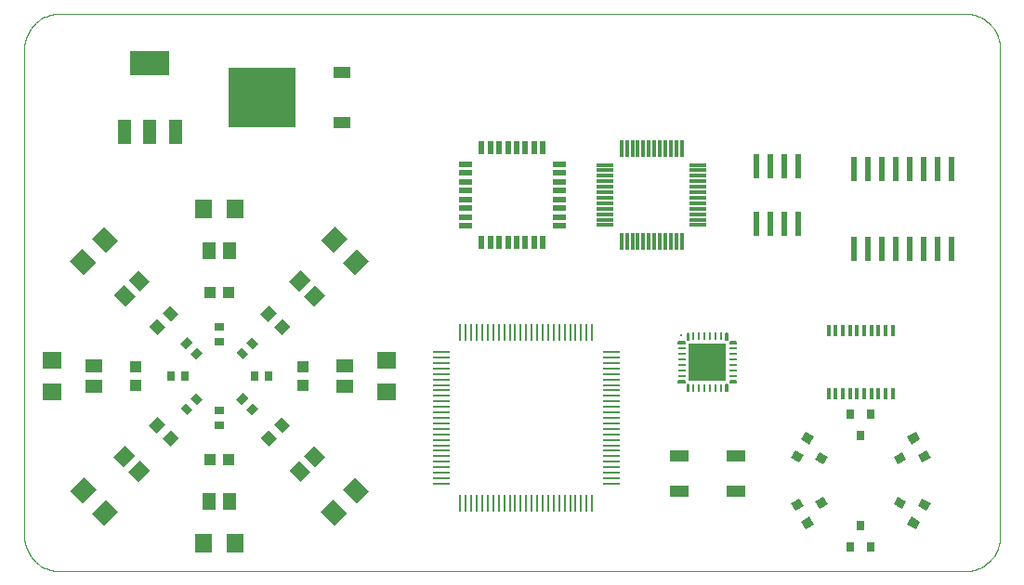
<source format=gtp>
G75*
%MOIN*%
%OFA0B0*%
%FSLAX24Y24*%
%IPPOS*%
%LPD*%
%AMOC8*
5,1,8,0,0,1.08239X$1,22.5*
%
%ADD10C,0.0000*%
%ADD11C,0.0055*%
%ADD12R,0.0276X0.0110*%
%ADD13R,0.0110X0.0276*%
%ADD14R,0.1378X0.1378*%
%ADD15R,0.0098X0.0098*%
%ADD16R,0.0480X0.0880*%
%ADD17R,0.1417X0.0866*%
%ADD18R,0.0630X0.0394*%
%ADD19R,0.2441X0.2126*%
%ADD20R,0.0236X0.0866*%
%ADD21R,0.0120X0.0390*%
%ADD22R,0.0106X0.0591*%
%ADD23R,0.0591X0.0106*%
%ADD24R,0.0354X0.0276*%
%ADD25R,0.0276X0.0354*%
%ADD26R,0.0394X0.0433*%
%ADD27R,0.0433X0.0394*%
%ADD28R,0.0512X0.0591*%
%ADD29R,0.0591X0.0512*%
%ADD30R,0.0315X0.0354*%
%ADD31R,0.0650X0.0394*%
%ADD32R,0.0630X0.0710*%
%ADD33R,0.0710X0.0630*%
%ADD34R,0.0500X0.0220*%
%ADD35R,0.0220X0.0500*%
%ADD36R,0.0591X0.0118*%
%ADD37R,0.0118X0.0591*%
D10*
X001350Y000100D02*
X033850Y000100D01*
X033918Y000102D01*
X033985Y000107D01*
X034052Y000116D01*
X034119Y000129D01*
X034184Y000146D01*
X034249Y000165D01*
X034313Y000189D01*
X034375Y000216D01*
X034436Y000246D01*
X034494Y000279D01*
X034551Y000315D01*
X034606Y000355D01*
X034659Y000397D01*
X034710Y000443D01*
X034757Y000490D01*
X034803Y000541D01*
X034845Y000594D01*
X034885Y000649D01*
X034921Y000706D01*
X034954Y000764D01*
X034984Y000825D01*
X035011Y000887D01*
X035035Y000951D01*
X035054Y001016D01*
X035071Y001081D01*
X035084Y001148D01*
X035093Y001215D01*
X035098Y001282D01*
X035100Y001350D01*
X035100Y018850D01*
X035098Y018918D01*
X035093Y018985D01*
X035084Y019052D01*
X035071Y019119D01*
X035054Y019184D01*
X035035Y019249D01*
X035011Y019313D01*
X034984Y019375D01*
X034954Y019436D01*
X034921Y019494D01*
X034885Y019551D01*
X034845Y019606D01*
X034803Y019659D01*
X034757Y019710D01*
X034710Y019757D01*
X034659Y019803D01*
X034606Y019845D01*
X034551Y019885D01*
X034494Y019921D01*
X034436Y019954D01*
X034375Y019984D01*
X034313Y020011D01*
X034249Y020035D01*
X034184Y020054D01*
X034119Y020071D01*
X034052Y020084D01*
X033985Y020093D01*
X033918Y020098D01*
X033850Y020100D01*
X001350Y020100D01*
X001282Y020098D01*
X001215Y020093D01*
X001148Y020084D01*
X001081Y020071D01*
X001016Y020054D01*
X000951Y020035D01*
X000887Y020011D01*
X000825Y019984D01*
X000764Y019954D01*
X000706Y019921D01*
X000649Y019885D01*
X000594Y019845D01*
X000541Y019803D01*
X000490Y019757D01*
X000443Y019710D01*
X000397Y019659D01*
X000355Y019606D01*
X000315Y019551D01*
X000279Y019494D01*
X000246Y019436D01*
X000216Y019375D01*
X000189Y019313D01*
X000165Y019249D01*
X000146Y019184D01*
X000129Y019119D01*
X000116Y019052D01*
X000107Y018985D01*
X000102Y018918D01*
X000100Y018850D01*
X000100Y001350D01*
X000102Y001282D01*
X000107Y001215D01*
X000116Y001148D01*
X000129Y001081D01*
X000146Y001016D01*
X000165Y000951D01*
X000189Y000887D01*
X000216Y000825D01*
X000246Y000764D01*
X000279Y000706D01*
X000315Y000649D01*
X000355Y000594D01*
X000397Y000541D01*
X000443Y000490D01*
X000490Y000443D01*
X000541Y000397D01*
X000594Y000355D01*
X000649Y000315D01*
X000706Y000279D01*
X000764Y000246D01*
X000825Y000216D01*
X000887Y000189D01*
X000951Y000165D01*
X001016Y000146D01*
X001081Y000129D01*
X001148Y000116D01*
X001215Y000107D01*
X001282Y000102D01*
X001350Y000100D01*
D11*
X023564Y006883D02*
X023786Y006883D01*
X023564Y006883D02*
X023564Y006939D01*
X023786Y006939D01*
X023786Y006883D01*
X023786Y006937D02*
X023564Y006937D01*
X023883Y006564D02*
X023939Y006564D01*
X023883Y006564D02*
X023883Y006786D01*
X023939Y006786D01*
X023939Y006564D01*
X023939Y006618D02*
X023883Y006618D01*
X023883Y006672D02*
X023939Y006672D01*
X023939Y006726D02*
X023883Y006726D01*
X023883Y006780D02*
X023939Y006780D01*
X025261Y006564D02*
X025317Y006564D01*
X025261Y006564D02*
X025261Y006786D01*
X025317Y006786D01*
X025317Y006564D01*
X025317Y006618D02*
X025261Y006618D01*
X025261Y006672D02*
X025317Y006672D01*
X025317Y006726D02*
X025261Y006726D01*
X025261Y006780D02*
X025317Y006780D01*
X025414Y006883D02*
X025636Y006883D01*
X025414Y006883D02*
X025414Y006939D01*
X025636Y006939D01*
X025636Y006883D01*
X025636Y006937D02*
X025414Y006937D01*
X025414Y008261D02*
X025636Y008261D01*
X025414Y008261D02*
X025414Y008317D01*
X025636Y008317D01*
X025636Y008261D01*
X025636Y008315D02*
X025414Y008315D01*
X025317Y008414D02*
X025261Y008414D01*
X025261Y008636D01*
X025317Y008636D01*
X025317Y008414D01*
X025317Y008468D02*
X025261Y008468D01*
X025261Y008522D02*
X025317Y008522D01*
X025317Y008576D02*
X025261Y008576D01*
X025261Y008630D02*
X025317Y008630D01*
X023939Y008414D02*
X023883Y008414D01*
X023883Y008636D01*
X023939Y008636D01*
X023939Y008414D01*
X023939Y008468D02*
X023883Y008468D01*
X023883Y008522D02*
X023939Y008522D01*
X023939Y008576D02*
X023883Y008576D01*
X023883Y008630D02*
X023939Y008630D01*
X023786Y008261D02*
X023564Y008261D01*
X023564Y008317D01*
X023786Y008317D01*
X023786Y008261D01*
X023786Y008315D02*
X023564Y008315D01*
D12*
X023675Y008092D03*
X023675Y007895D03*
X023675Y007698D03*
X023675Y007502D03*
X023675Y007305D03*
X023675Y007108D03*
X025525Y007108D03*
X025525Y007305D03*
X025525Y007502D03*
X025525Y007698D03*
X025525Y007895D03*
X025525Y008092D03*
D13*
X025092Y008525D03*
X024895Y008525D03*
X024698Y008525D03*
X024502Y008525D03*
X024305Y008525D03*
X024108Y008525D03*
X024108Y006675D03*
X024305Y006675D03*
X024502Y006675D03*
X024698Y006675D03*
X024895Y006675D03*
X025092Y006675D03*
D14*
X024600Y007600D03*
D15*
X023649Y008551D03*
D16*
X005510Y015880D03*
X004600Y015880D03*
X003690Y015880D03*
D17*
X004600Y018320D03*
D18*
X011490Y017998D03*
X011490Y016202D03*
D19*
X008616Y017100D03*
D20*
X026350Y014624D03*
X026850Y014624D03*
X027350Y014624D03*
X027850Y014624D03*
X029850Y014517D03*
X030350Y014517D03*
X030850Y014517D03*
X031350Y014517D03*
X031850Y014517D03*
X032350Y014517D03*
X032850Y014517D03*
X033350Y014517D03*
X033350Y011683D03*
X032850Y011683D03*
X032350Y011683D03*
X031850Y011683D03*
X031350Y011683D03*
X030850Y011683D03*
X030350Y011683D03*
X029850Y011683D03*
X027850Y012576D03*
X027350Y012576D03*
X026850Y012576D03*
X026350Y012576D03*
D21*
X028948Y008749D03*
X029204Y008749D03*
X029460Y008749D03*
X029716Y008749D03*
X029972Y008749D03*
X030228Y008749D03*
X030484Y008749D03*
X030740Y008749D03*
X030996Y008749D03*
X031252Y008749D03*
X031252Y006451D03*
X030996Y006451D03*
X030740Y006451D03*
X030484Y006451D03*
X030228Y006451D03*
X029972Y006451D03*
X029716Y006451D03*
X029460Y006451D03*
X029204Y006451D03*
X028948Y006451D03*
D22*
X020462Y008651D03*
X020265Y008651D03*
X020069Y008651D03*
X019872Y008651D03*
X019675Y008651D03*
X019478Y008651D03*
X019281Y008651D03*
X019084Y008651D03*
X018887Y008651D03*
X018691Y008651D03*
X018494Y008651D03*
X018297Y008651D03*
X018100Y008651D03*
X017903Y008651D03*
X017706Y008651D03*
X017509Y008651D03*
X017313Y008651D03*
X017116Y008651D03*
X016919Y008651D03*
X016722Y008651D03*
X016525Y008651D03*
X016328Y008651D03*
X016131Y008651D03*
X015935Y008651D03*
X015738Y008651D03*
X015738Y002549D03*
X015935Y002549D03*
X016131Y002549D03*
X016328Y002549D03*
X016525Y002549D03*
X016722Y002549D03*
X016919Y002549D03*
X017116Y002549D03*
X017313Y002549D03*
X017509Y002549D03*
X017706Y002549D03*
X017903Y002549D03*
X018100Y002549D03*
X018297Y002549D03*
X018494Y002549D03*
X018691Y002549D03*
X018887Y002549D03*
X019084Y002549D03*
X019281Y002549D03*
X019478Y002549D03*
X019675Y002549D03*
X019872Y002549D03*
X020069Y002549D03*
X020265Y002549D03*
X020462Y002549D03*
D23*
X021151Y003238D03*
X021151Y003435D03*
X021151Y003631D03*
X021151Y003828D03*
X021151Y004025D03*
X021151Y004222D03*
X021151Y004419D03*
X021151Y004616D03*
X021151Y004813D03*
X021151Y005009D03*
X021151Y005206D03*
X021151Y005403D03*
X021151Y005600D03*
X021151Y005797D03*
X021151Y005994D03*
X021151Y006191D03*
X021151Y006387D03*
X021151Y006584D03*
X021151Y006781D03*
X021151Y006978D03*
X021151Y007175D03*
X021151Y007372D03*
X021151Y007569D03*
X021151Y007765D03*
X021151Y007962D03*
X015049Y007962D03*
X015049Y007765D03*
X015049Y007569D03*
X015049Y007372D03*
X015049Y007175D03*
X015049Y006978D03*
X015049Y006781D03*
X015049Y006584D03*
X015049Y006387D03*
X015049Y006191D03*
X015049Y005994D03*
X015049Y005797D03*
X015049Y005600D03*
X015049Y005403D03*
X015049Y005206D03*
X015049Y005009D03*
X015049Y004813D03*
X015049Y004616D03*
X015049Y004419D03*
X015049Y004222D03*
X015049Y004025D03*
X015049Y003828D03*
X015049Y003631D03*
X015049Y003435D03*
X015049Y003238D03*
D24*
X007100Y005344D03*
X007100Y005856D03*
X007100Y008344D03*
X007100Y008856D03*
D25*
G36*
X008503Y008254D02*
X008308Y008059D01*
X008059Y008308D01*
X008254Y008503D01*
X008503Y008254D01*
G37*
G36*
X008141Y007892D02*
X007946Y007697D01*
X007697Y007946D01*
X007892Y008141D01*
X008141Y007892D01*
G37*
X008344Y007100D03*
X008856Y007100D03*
G36*
X007946Y006503D02*
X008141Y006308D01*
X007892Y006059D01*
X007697Y006254D01*
X007946Y006503D01*
G37*
G36*
X008308Y006141D02*
X008503Y005946D01*
X008254Y005697D01*
X008059Y005892D01*
X008308Y006141D01*
G37*
G36*
X006503Y006254D02*
X006308Y006059D01*
X006059Y006308D01*
X006254Y006503D01*
X006503Y006254D01*
G37*
G36*
X006141Y005892D02*
X005946Y005697D01*
X005697Y005946D01*
X005892Y006141D01*
X006141Y005892D01*
G37*
X005856Y007100D03*
X005344Y007100D03*
G36*
X006308Y008141D02*
X006503Y007946D01*
X006254Y007697D01*
X006059Y007892D01*
X006308Y008141D01*
G37*
G36*
X005946Y008503D02*
X006141Y008308D01*
X005892Y008059D01*
X005697Y008254D01*
X005946Y008503D01*
G37*
D26*
G36*
X005155Y008850D02*
X004876Y008571D01*
X004571Y008876D01*
X004850Y009155D01*
X005155Y008850D01*
G37*
G36*
X005629Y009324D02*
X005350Y009045D01*
X005045Y009350D01*
X005324Y009629D01*
X005629Y009324D01*
G37*
X006765Y010100D03*
X007435Y010100D03*
G36*
X008876Y009629D02*
X009155Y009350D01*
X008850Y009045D01*
X008571Y009324D01*
X008876Y009629D01*
G37*
G36*
X009350Y009155D02*
X009629Y008876D01*
X009324Y008571D01*
X009045Y008850D01*
X009350Y009155D01*
G37*
G36*
X009045Y005350D02*
X009324Y005629D01*
X009629Y005324D01*
X009350Y005045D01*
X009045Y005350D01*
G37*
G36*
X008571Y004876D02*
X008850Y005155D01*
X009155Y004850D01*
X008876Y004571D01*
X008571Y004876D01*
G37*
X007435Y004100D03*
X006765Y004100D03*
G36*
X005324Y004571D02*
X005045Y004850D01*
X005350Y005155D01*
X005629Y004876D01*
X005324Y004571D01*
G37*
G36*
X004850Y005045D02*
X004571Y005324D01*
X004876Y005629D01*
X005155Y005350D01*
X004850Y005045D01*
G37*
D27*
X004100Y006765D03*
X004100Y007435D03*
X010100Y007435D03*
X010100Y006765D03*
D28*
G36*
X010122Y004245D02*
X010484Y004607D01*
X010900Y004191D01*
X010538Y003829D01*
X010122Y004245D01*
G37*
G36*
X009593Y003716D02*
X009955Y004078D01*
X010371Y003662D01*
X010009Y003300D01*
X009593Y003716D01*
G37*
X007474Y002600D03*
X006726Y002600D03*
G36*
X004245Y004078D02*
X004607Y003716D01*
X004191Y003300D01*
X003829Y003662D01*
X004245Y004078D01*
G37*
G36*
X003716Y004607D02*
X004078Y004245D01*
X003662Y003829D01*
X003300Y004191D01*
X003716Y004607D01*
G37*
G36*
X004078Y009955D02*
X003716Y009593D01*
X003300Y010009D01*
X003662Y010371D01*
X004078Y009955D01*
G37*
G36*
X004607Y010484D02*
X004245Y010122D01*
X003829Y010538D01*
X004191Y010900D01*
X004607Y010484D01*
G37*
X006726Y011600D03*
X007474Y011600D03*
G36*
X009955Y010122D02*
X009593Y010484D01*
X010009Y010900D01*
X010371Y010538D01*
X009955Y010122D01*
G37*
G36*
X010484Y009593D02*
X010122Y009955D01*
X010538Y010371D01*
X010900Y010009D01*
X010484Y009593D01*
G37*
D29*
X011600Y007474D03*
X011600Y006726D03*
X002600Y006726D03*
X002600Y007474D03*
D30*
G36*
X027591Y004176D02*
X027748Y004447D01*
X028053Y004270D01*
X027896Y003999D01*
X027591Y004176D01*
G37*
G36*
X028460Y004106D02*
X028617Y004377D01*
X028922Y004200D01*
X028765Y003929D01*
X028460Y004106D01*
G37*
G36*
X027965Y004824D02*
X028122Y005095D01*
X028427Y004918D01*
X028270Y004647D01*
X027965Y004824D01*
G37*
X029726Y005744D03*
X030474Y005744D03*
X030100Y004956D03*
G36*
X031583Y004377D02*
X031740Y004106D01*
X031435Y003929D01*
X031278Y004200D01*
X031583Y004377D01*
G37*
G36*
X032452Y004447D02*
X032609Y004176D01*
X032304Y003999D01*
X032147Y004270D01*
X032452Y004447D01*
G37*
G36*
X032078Y005095D02*
X032235Y004824D01*
X031930Y004647D01*
X031773Y004918D01*
X032078Y005095D01*
G37*
G36*
X031740Y002594D02*
X031583Y002323D01*
X031278Y002500D01*
X031435Y002771D01*
X031740Y002594D01*
G37*
G36*
X032609Y002524D02*
X032452Y002253D01*
X032147Y002430D01*
X032304Y002701D01*
X032609Y002524D01*
G37*
G36*
X032235Y001876D02*
X032078Y001605D01*
X031773Y001782D01*
X031930Y002053D01*
X032235Y001876D01*
G37*
X030474Y000956D03*
X029726Y000956D03*
X030100Y001744D03*
G36*
X028617Y002323D02*
X028460Y002594D01*
X028765Y002771D01*
X028922Y002500D01*
X028617Y002323D01*
G37*
G36*
X028122Y001605D02*
X027965Y001876D01*
X028270Y002053D01*
X028427Y001782D01*
X028122Y001605D01*
G37*
G36*
X027748Y002253D02*
X027591Y002524D01*
X027896Y002701D01*
X028053Y002430D01*
X027748Y002253D01*
G37*
D31*
X025615Y002970D03*
X023585Y002970D03*
X023585Y004230D03*
X025615Y004230D03*
D32*
G36*
X011523Y003024D02*
X011968Y003469D01*
X012469Y002968D01*
X012024Y002523D01*
X011523Y003024D01*
G37*
G36*
X010731Y002232D02*
X011176Y002677D01*
X011677Y002176D01*
X011232Y001731D01*
X010731Y002232D01*
G37*
X007660Y001100D03*
X006540Y001100D03*
G36*
X002968Y001731D02*
X002523Y002176D01*
X003024Y002677D01*
X003469Y002232D01*
X002968Y001731D01*
G37*
G36*
X002176Y002523D02*
X001731Y002968D01*
X002232Y003469D01*
X002677Y003024D01*
X002176Y002523D01*
G37*
G36*
X002677Y011176D02*
X002232Y010731D01*
X001731Y011232D01*
X002176Y011677D01*
X002677Y011176D01*
G37*
G36*
X003469Y011968D02*
X003024Y011523D01*
X002523Y012024D01*
X002968Y012469D01*
X003469Y011968D01*
G37*
X006540Y013100D03*
X007660Y013100D03*
G36*
X011232Y012469D02*
X011677Y012024D01*
X011176Y011523D01*
X010731Y011968D01*
X011232Y012469D01*
G37*
G36*
X012024Y011677D02*
X012469Y011232D01*
X011968Y010731D01*
X011523Y011176D01*
X012024Y011677D01*
G37*
D33*
X013100Y007660D03*
X013100Y006540D03*
X001100Y006540D03*
X001100Y007660D03*
D34*
X015910Y012498D03*
X015910Y012813D03*
X015910Y013128D03*
X015910Y013443D03*
X015910Y013757D03*
X015910Y014072D03*
X015910Y014387D03*
X015910Y014702D03*
X019290Y014702D03*
X019290Y014387D03*
X019290Y014072D03*
X019290Y013757D03*
X019290Y013443D03*
X019290Y013128D03*
X019290Y012813D03*
X019290Y012498D03*
D35*
X018702Y011910D03*
X018387Y011910D03*
X018072Y011910D03*
X017757Y011910D03*
X017443Y011910D03*
X017128Y011910D03*
X016813Y011910D03*
X016498Y011910D03*
X016498Y015290D03*
X016813Y015290D03*
X017128Y015290D03*
X017443Y015290D03*
X017757Y015290D03*
X018072Y015290D03*
X018387Y015290D03*
X018702Y015290D03*
D36*
X020927Y014683D03*
X020927Y014486D03*
X020927Y014289D03*
X020927Y014092D03*
X020927Y013895D03*
X020927Y013698D03*
X020927Y013502D03*
X020927Y013305D03*
X020927Y013108D03*
X020927Y012911D03*
X020927Y012714D03*
X020927Y012517D03*
X024273Y012517D03*
X024273Y012714D03*
X024273Y012911D03*
X024273Y013108D03*
X024273Y013305D03*
X024273Y013502D03*
X024273Y013698D03*
X024273Y013895D03*
X024273Y014092D03*
X024273Y014289D03*
X024273Y014486D03*
X024273Y014683D03*
D37*
X023683Y015273D03*
X023486Y015273D03*
X023289Y015273D03*
X023092Y015273D03*
X022895Y015273D03*
X022698Y015273D03*
X022502Y015273D03*
X022305Y015273D03*
X022108Y015273D03*
X021911Y015273D03*
X021714Y015273D03*
X021517Y015273D03*
X021517Y011927D03*
X021714Y011927D03*
X021911Y011927D03*
X022108Y011927D03*
X022305Y011927D03*
X022502Y011927D03*
X022698Y011927D03*
X022895Y011927D03*
X023092Y011927D03*
X023289Y011927D03*
X023486Y011927D03*
X023683Y011927D03*
M02*

</source>
